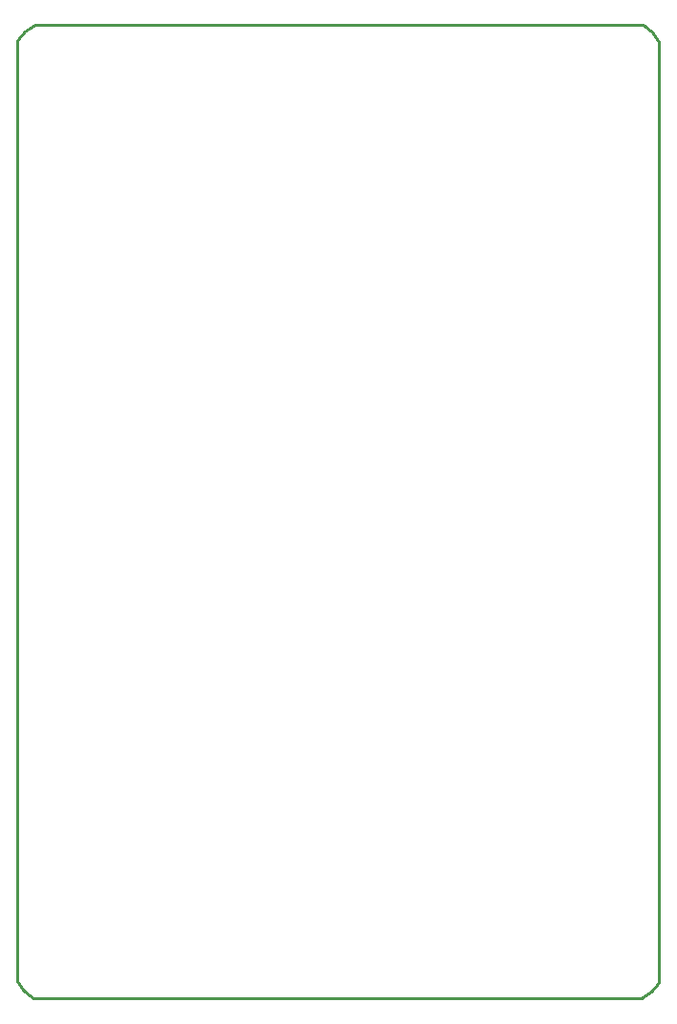
<source format=gm1>
%FSLAX24Y24*%
%MOIN*%
G70*
G01*
G75*
G04 Layer_Color=16711935*
%ADD10R,0.0400X0.0500*%
%ADD11R,0.0500X0.0500*%
%ADD12C,0.0315*%
%ADD13C,0.0394*%
%ADD14C,0.0236*%
%ADD15C,0.0100*%
%ADD16C,0.0827*%
%ADD17O,0.0787X0.0630*%
%ADD18R,0.0787X0.0630*%
%ADD19C,0.1181*%
%ADD20C,0.0591*%
%ADD21R,0.0591X0.0591*%
%ADD22C,0.1260*%
%ADD23C,0.0669*%
%ADD24C,0.0669*%
%ADD25R,0.0669X0.0669*%
%ADD26O,0.0787X0.0669*%
%ADD27R,0.0787X0.0669*%
%ADD28C,0.0315*%
%ADD29C,0.0394*%
%ADD30R,0.0400X0.0400*%
%ADD31R,0.0500X0.0500*%
%ADD32O,0.0236X0.0866*%
%ADD33C,0.0197*%
%ADD34C,0.0096*%
G54D15*
X29905Y45689D02*
G03*
X29300Y45150I583J-1262D01*
G01*
X51700Y45100D02*
G03*
X51170Y45686I-1253J-602D01*
G01*
X51114Y11747D02*
G03*
X51700Y12277I-602J1253D01*
G01*
X29297Y12336D02*
G03*
X29827Y11750I1253J602D01*
G01*
X51700Y32350D02*
Y45100D01*
Y12300D02*
Y14400D01*
Y32350D01*
G54D34*
X29900Y45700D02*
X51164D01*
X29300Y12336D02*
Y45150D01*
X29827Y11750D02*
X51114D01*
M02*

</source>
